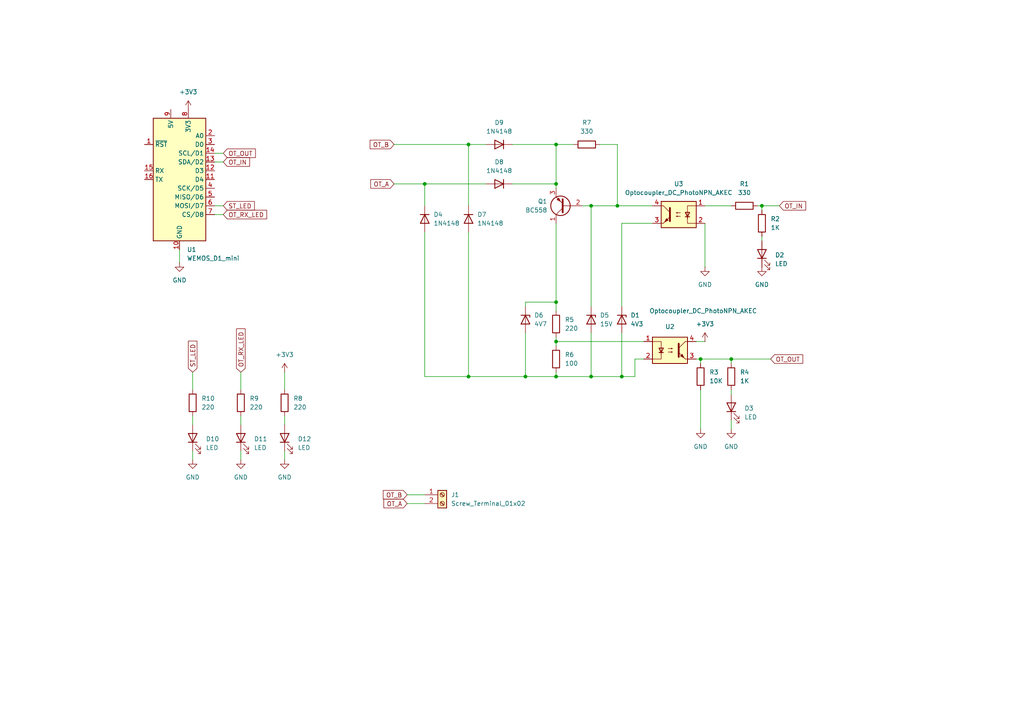
<source format=kicad_sch>
(kicad_sch (version 20250114) (generator "eeschema") (generator_version "9.0")
  (paper "A4")
  (lib_symbols
    (symbol "Connector:Screw_Terminal_01x02" (pin_names (offset 1.016) (hide yes))
      (property "Reference" "J" (at 0 2.54 0))
      (property "Value" "Screw_Terminal_01x02" (at 0 -5.08 0))
      (symbol "Screw_Terminal_01x02_1_1"
        (rectangle (start -1.27 1.27) (end 1.27 -3.81) (stroke (width 0.254)) (fill (type background)))
        (polyline (pts (xy -0.5334 0.3302) (xy 0.3302 -0.508)) (stroke (width 0.1524)))
        (polyline (pts (xy -0.5334 -2.2098) (xy 0.3302 -3.048)) (stroke (width 0.1524)))
        (polyline (pts (xy -0.3556 0.508) (xy 0.508 -0.3302)) (stroke (width 0.1524)))
        (polyline (pts (xy -0.3556 -2.032) (xy 0.508 -2.8702)) (stroke (width 0.1524)))
        (circle (center 0 0) (radius 0.635) (stroke (width 0.1524)))
        (circle (center 0 -2.54) (radius 0.635) (stroke (width 0.1524)))
        (pin passive line (at -5.08 0 0) (length 3.81) (name "Pin_1") (number "1"))
        (pin passive line (at -5.08 -2.54 0) (length 3.81) (name "Pin_2") (number "2"))
      )
    )
    (symbol "Device:D_Zener" (pin_numbers (hide yes)) (pin_names (offset 1.016) (hide yes))
      (property "Reference" "D" (at 0 2.54 0))
      (property "Value" "D_Zener" (at 0 -2.54 0))
      (symbol "D_Zener_0_1"
        (polyline (pts (xy -1.27 -1.27) (xy -1.27 1.27) (xy -0.762 1.27)) (stroke (width 0.254)))
        (polyline (pts (xy 1.27 0) (xy -1.27 0)))
        (polyline (pts (xy 1.27 -1.27) (xy 1.27 1.27) (xy -1.27 0) (xy 1.27 -1.27)) (stroke (width 0.254)))
      )
      (symbol "D_Zener_1_1"
        (pin passive line (at -3.81 0 0) (length 2.54) (name "K") (number "1"))
        (pin passive line (at 3.81 0 180) (length 2.54) (name "A") (number "2"))
      )
    )
    (symbol "Device:LED" (pin_numbers (hide yes)) (pin_names (offset 1.016) (hide yes))
      (property "Reference" "D" (at 0 2.54 0))
      (property "Value" "LED" (at 0 -2.54 0))
      (symbol "LED_0_1"
        (polyline (pts (xy -3.048 -0.762) (xy -4.572 -2.286) (xy -3.81 -2.286) (xy -4.572 -2.286) (xy -4.572 -1.524)))
        (polyline (pts (xy -1.778 -0.762) (xy -3.302 -2.286) (xy -2.54 -2.286) (xy -3.302 -2.286) (xy -3.302 -1.524)))
        (polyline (pts (xy -1.27 0) (xy 1.27 0)))
        (polyline (pts (xy -1.27 -1.27) (xy -1.27 1.27)) (stroke (width 0.254)))
        (polyline (pts (xy 1.27 -1.27) (xy 1.27 1.27) (xy -1.27 0) (xy 1.27 -1.27)) (stroke (width 0.254)))
      )
      (symbol "LED_1_1"
        (pin passive line (at -3.81 0 0) (length 2.54) (name "K") (number "1"))
        (pin passive line (at 3.81 0 180) (length 2.54) (name "A") (number "2"))
      )
    )
    (symbol "Device:R" (pin_numbers (hide yes)) (pin_names (offset 0))
      (property "Reference" "R" (at 2.032 0 90))
      (property "Value" "R" (at 0 0 90))
      (symbol "R_0_1"
        (rectangle (start -1.016 -2.54) (end 1.016 2.54) (stroke (width 0.254)))
      )
      (symbol "R_1_1"
        (pin passive line (at 0 3.81 270) (length 1.27) (name "~") (number "1"))
        (pin passive line (at 0 -3.81 90) (length 1.27) (name "~") (number "2"))
      )
    )
    (symbol "Diode:1N4148" (pin_numbers (hide yes)) (pin_names (hide yes))
      (property "Reference" "D" (at 0 2.54 0))
      (property "Value" "1N4148" (at 0 -2.54 0))
      (symbol "1N4148_0_1"
        (polyline (pts (xy -1.27 1.27) (xy -1.27 -1.27)) (stroke (width 0.254)))
        (polyline (pts (xy 1.27 1.27) (xy 1.27 -1.27) (xy -1.27 0) (xy 1.27 1.27)) (stroke (width 0.254)))
        (polyline (pts (xy 1.27 0) (xy -1.27 0)))
      )
      (symbol "1N4148_1_1"
        (pin passive line (at -3.81 0 0) (length 2.54) (name "K") (number "1"))
        (pin passive line (at 3.81 0 180) (length 2.54) (name "A") (number "2"))
      )
    )
    (symbol "Isolator:Optocoupler_DC_PhotoNPN_AKEC"
      (property "Reference" "U" (at -5.08 5.08 0))
      (property "Value" "Optocoupler_DC_PhotoNPN_AKEC" (at 0 5.08 0))
      (symbol "Optocoupler_DC_PhotoNPN_AKEC_0_1"
        (rectangle (start -5.08 3.81) (end 5.08 -3.81) (stroke (width 0.254)) (fill (type background)))
        (polyline (pts (xy -5.08 2.54) (xy -2.54 2.54) (xy -2.54 -1.27) (xy -2.54 0.635)))
        (polyline (pts (xy -3.175 -0.635) (xy -1.905 -0.635)) (stroke (width 0.254)))
        (polyline (pts (xy -2.54 -0.635) (xy -2.54 -2.54) (xy -5.08 -2.54)))
        (polyline (pts (xy -2.54 -0.635) (xy -3.175 0.635) (xy -1.905 0.635) (xy -2.54 -0.635)) (stroke (width 0.254)))
        (polyline (pts (xy -0.508 0.508) (xy 0.762 0.508) (xy 0.381 0.381) (xy 0.381 0.635) (xy 0.762 0.508)))
        (polyline (pts (xy -0.508 -0.508) (xy 0.762 -0.508) (xy 0.381 -0.635) (xy 0.381 -0.381) (xy 0.762 -0.508)))
        (polyline (pts (xy 2.54 1.905) (xy 2.54 -1.905)) (stroke (width 0.508)))
        (polyline (pts (xy 2.54 0.635) (xy 4.445 2.54)))
        (polyline (pts (xy 3.048 -1.651) (xy 3.556 -1.143) (xy 4.064 -2.159) (xy 3.048 -1.651)) (fill (type outline)))
        (polyline (pts (xy 4.445 2.54) (xy 5.08 2.54)))
        (polyline (pts (xy 4.445 -2.54) (xy 2.54 -0.635)) (fill (type outline)))
        (polyline (pts (xy 4.445 -2.54) (xy 5.08 -2.54)))
      )
      (symbol "Optocoupler_DC_PhotoNPN_AKEC_1_1"
        (pin passive line (at -7.62 2.54 0) (length 2.54) (name "~") (number "1"))
        (pin passive line (at -7.62 -2.54 0) (length 2.54) (name "~") (number "2"))
        (pin passive line (at 7.62 2.54 180) (length 2.54) (name "~") (number "4"))
        (pin passive line (at 7.62 -2.54 180) (length 2.54) (name "~") (number "3"))
      )
    )
    (symbol "RF_Module:WEMOS_D1_mini"
      (property "Reference" "U" (at 3.81 19.05 0))
      (property "Value" "WEMOS_D1_mini" (at 1.27 -19.05 0))
      (symbol "WEMOS_D1_mini_1_1"
        (rectangle (start -7.62 17.78) (end 7.62 -17.78) (stroke (width 0.254)) (fill (type background)))
        (pin input line (at -10.16 10.16 0) (length 2.54) (name "~{RST}") (number "1"))
        (pin input line (at -10.16 2.54 0) (length 2.54) (name "RX") (number "15"))
        (pin output line (at -10.16 0 0) (length 2.54) (name "TX") (number "16"))
        (pin power_in line (at -2.54 20.32 270) (length 2.54) (name "5V") (number "9"))
        (pin power_in line (at 0 -20.32 90) (length 2.54) (name "GND") (number "10"))
        (pin power_out line (at 2.54 20.32 270) (length 2.54) (name "3V3") (number "8"))
        (pin input line (at 10.16 12.7 180) (length 2.54) (name "A0") (number "2"))
        (pin bidirectional line (at 10.16 10.16 180) (length 2.54) (name "D0") (number "3"))
        (pin bidirectional line (at 10.16 7.62 180) (length 2.54) (name "SCL/D1") (number "14"))
        (pin bidirectional line (at 10.16 5.08 180) (length 2.54) (name "SDA/D2") (number "13"))
        (pin bidirectional line (at 10.16 2.54 180) (length 2.54) (name "D3") (number "12"))
        (pin bidirectional line (at 10.16 0 180) (length 2.54) (name "D4") (number "11"))
        (pin bidirectional line (at 10.16 -2.54 180) (length 2.54) (name "SCK/D5") (number "4"))
        (pin bidirectional line (at 10.16 -5.08 180) (length 2.54) (name "MISO/D6") (number "5"))
        (pin bidirectional line (at 10.16 -7.62 180) (length 2.54) (name "MOSI/D7") (number "6"))
        (pin bidirectional line (at 10.16 -10.16 180) (length 2.54) (name "CS/D8") (number "7"))
      )
    )
    (symbol "Transistor_BJT:BC558" (pin_names (offset 0) (hide yes))
      (property "Reference" "Q" (at 5.08 1.905 0))
      (property "Value" "BC558" (at 5.08 0 0))
      (symbol "BC558_0_1"
        (polyline (pts (xy -2.54 0) (xy 0.635 0)))
        (polyline (pts (xy 0.635 1.905) (xy 0.635 -1.905)) (stroke (width 0.508)))
        (polyline (pts (xy 0.635 0.635) (xy 2.54 2.54)))
        (polyline (pts (xy 0.635 -0.635) (xy 2.54 -2.54)))
        (circle (center 1.27 0) (radius 2.8194) (stroke (width 0.254)))
        (polyline (pts (xy 2.286 -1.778) (xy 1.778 -2.286) (xy 1.27 -1.27) (xy 2.286 -1.778)) (fill (type outline)))
      )
      (symbol "BC558_1_1"
        (pin input line (at -5.08 0 0) (length 2.54) (name "B") (number "2"))
        (pin passive line (at 2.54 5.08 270) (length 2.54) (name "C") (number "1"))
        (pin passive line (at 2.54 -5.08 90) (length 2.54) (name "E") (number "3"))
      )
    )
    (symbol "power:+3V3" (power) (pin_numbers (hide yes)) (pin_names (offset 0) (hide yes))
      (property "Value" "+3V3" (at 0 3.556 0))
      (symbol "+3V3_0_1"
        (polyline (pts (xy -0.762 1.27) (xy 0 2.54)))
        (polyline (pts (xy 0 2.54) (xy 0.762 1.27)))
        (polyline (pts (xy 0 0) (xy 0 2.54)))
      )
      (symbol "+3V3_1_1"
        (pin power_in line (at 0 0 90) (length 0) (name "~") (number "1"))
      )
    )
    (symbol "power:GND" (power) (pin_numbers (hide yes)) (pin_names (offset 0) (hide yes))
      (property "Value" "GND" (at 0 -3.81 0))
      (symbol "GND_0_1"
        (polyline (pts (xy 0 0) (xy 0 -1.27) (xy 1.27 -1.27) (xy 0 -2.54) (xy -1.27 -1.27) (xy 0 -1.27)))
      )
      (symbol "GND_1_1"
        (pin power_in line (at 0 0 270) (length 0) (name "~") (number "1"))
      )
    )
  )
  (junction (at 161.29 87.63))
  (junction (at 203.2 104.14))
  (junction (at 212.09 104.14))
  (junction (at 161.29 109.22))
  (junction (at 161.29 99.06))
  (junction (at 171.45 109.22))
  (junction (at 161.29 53.34))
  (junction (at 152.4 109.22))
  (junction (at 161.29 41.91))
  (junction (at 171.45 59.69))
  (junction (at 220.98 59.69))
  (junction (at 123.19 53.34))
  (junction (at 135.89 41.91))
  (junction (at 179.07 59.69))
  (junction (at 180.34 109.22))
  (junction (at 135.89 109.22))
  (wire (pts (xy 148.59 41.91) (xy 161.29 41.91)))
  (wire (pts (xy 161.29 99.06) (xy 186.69 99.06)))
  (wire (pts (xy 82.55 133.35) (xy 82.55 130.81)))
  (wire (pts (xy 161.29 109.22) (xy 161.29 107.95)))
  (wire (pts (xy 52.07 76.2) (xy 52.07 72.39)))
  (wire (pts (xy 55.88 107.95) (xy 55.88 113.03)))
  (wire (pts (xy 64.77 46.99) (xy 62.23 46.99)))
  (wire (pts (xy 82.55 120.65) (xy 82.55 123.19)))
  (wire (pts (xy 55.88 120.65) (xy 55.88 123.19)))
  (wire (pts (xy 161.29 97.79) (xy 161.29 99.06)))
  (wire (pts (xy 203.2 124.46) (xy 203.2 113.03)))
  (wire (pts (xy 135.89 67.31) (xy 135.89 109.22)))
  (wire (pts (xy 161.29 109.22) (xy 171.45 109.22)))
  (wire (pts (xy 140.97 41.91) (xy 135.89 41.91)))
  (wire (pts (xy 161.29 64.77) (xy 161.29 87.63)))
  (wire (pts (xy 69.85 107.95) (xy 69.85 113.03)))
  (wire (pts (xy 64.77 62.23) (xy 62.23 62.23)))
  (wire (pts (xy 152.4 96.52) (xy 152.4 109.22)))
  (wire (pts (xy 203.2 104.14) (xy 203.2 105.41)))
  (wire (pts (xy 220.98 59.69) (xy 226.06 59.69)))
  (wire (pts (xy 180.34 109.22) (xy 171.45 109.22)))
  (wire (pts (xy 123.19 53.34) (xy 140.97 53.34)))
  (wire (pts (xy 69.85 133.35) (xy 69.85 130.81)))
  (wire (pts (xy 148.59 53.34) (xy 161.29 53.34)))
  (wire (pts (xy 173.99 41.91) (xy 179.07 41.91)))
  (wire (pts (xy 220.98 59.69) (xy 219.71 59.69)))
  (wire (pts (xy 201.93 104.14) (xy 203.2 104.14)))
  (wire (pts (xy 203.2 104.14) (xy 212.09 104.14)))
  (wire (pts (xy 166.37 41.91) (xy 161.29 41.91)))
  (wire (pts (xy 168.91 59.69) (xy 171.45 59.69)))
  (wire (pts (xy 152.4 87.63) (xy 161.29 87.63)))
  (wire (pts (xy 184.15 109.22) (xy 180.34 109.22)))
  (wire (pts (xy 82.55 107.95) (xy 82.55 113.03)))
  (wire (pts (xy 212.09 124.46) (xy 212.09 121.92)))
  (wire (pts (xy 180.34 88.9) (xy 180.34 64.77)))
  (wire (pts (xy 189.23 59.69) (xy 179.07 59.69)))
  (wire (pts (xy 223.52 104.14) (xy 212.09 104.14)))
  (wire (pts (xy 212.09 114.3) (xy 212.09 113.03)))
  (wire (pts (xy 123.19 59.69) (xy 123.19 53.34)))
  (wire (pts (xy 204.47 77.47) (xy 204.47 64.77)))
  (wire (pts (xy 179.07 59.69) (xy 171.45 59.69)))
  (wire (pts (xy 179.07 41.91) (xy 179.07 59.69)))
  (wire (pts (xy 161.29 100.33) (xy 161.29 99.06)))
  (wire (pts (xy 123.19 109.22) (xy 135.89 109.22)))
  (wire (pts (xy 161.29 87.63) (xy 161.29 90.17)))
  (wire (pts (xy 180.34 96.52) (xy 180.34 109.22)))
  (wire (pts (xy 152.4 88.9) (xy 152.4 87.63)))
  (wire (pts (xy 118.11 143.51) (xy 123.19 143.51)))
  (wire (pts (xy 212.09 104.14) (xy 212.09 105.41)))
  (wire (pts (xy 64.77 59.69) (xy 62.23 59.69)))
  (wire (pts (xy 171.45 59.69) (xy 171.45 88.9)))
  (wire (pts (xy 123.19 67.31) (xy 123.19 109.22)))
  (wire (pts (xy 114.3 41.91) (xy 135.89 41.91)))
  (wire (pts (xy 55.88 133.35) (xy 55.88 130.81)))
  (wire (pts (xy 64.77 44.45) (xy 62.23 44.45)))
  (wire (pts (xy 161.29 41.91) (xy 161.29 53.34)))
  (wire (pts (xy 152.4 109.22) (xy 161.29 109.22)))
  (wire (pts (xy 204.47 99.06) (xy 201.93 99.06)))
  (wire (pts (xy 186.69 104.14) (xy 184.15 104.14)))
  (wire (pts (xy 114.3 53.34) (xy 123.19 53.34)))
  (wire (pts (xy 135.89 41.91) (xy 135.89 59.69)))
  (wire (pts (xy 118.11 146.05) (xy 123.19 146.05)))
  (wire (pts (xy 135.89 109.22) (xy 152.4 109.22)))
  (wire (pts (xy 184.15 104.14) (xy 184.15 109.22)))
  (wire (pts (xy 220.98 60.96) (xy 220.98 59.69)))
  (wire (pts (xy 69.85 120.65) (xy 69.85 123.19)))
  (wire (pts (xy 204.47 59.69) (xy 212.09 59.69)))
  (wire (pts (xy 180.34 64.77) (xy 189.23 64.77)))
  (wire (pts (xy 171.45 96.52) (xy 171.45 109.22)))
  (wire (pts (xy 161.29 53.34) (xy 161.29 54.61)))
  (wire (pts (xy 220.98 69.85) (xy 220.98 68.58)))
  (global_label "OT_B" (shape input) (at 118.11 143.51 180) (property "Intersheetrefs" "${INTERSHEET_REFS}" (effects (hide yes))))
  (global_label "OT_RX_LED" (shape input) (at 69.85 107.95 90) (property "Intersheetrefs" "${INTERSHEET_REFS}" (effects (hide yes))))
  (global_label "OT_A" (shape input) (at 114.3 53.34 180) (property "Intersheetrefs" "${INTERSHEET_REFS}" (effects (hide yes))))
  (global_label "ST_LED" (shape input) (at 55.88 107.95 90) (property "Intersheetrefs" "${INTERSHEET_REFS}" (effects (hide yes))))
  (global_label "OT_OUT" (shape input) (at 223.52 104.14 0) (property "Intersheetrefs" "${INTERSHEET_REFS}" (effects (hide yes))))
  (global_label "OT_IN" (shape input) (at 226.06 59.69 0) (property "Intersheetrefs" "${INTERSHEET_REFS}" (effects (hide yes))))
  (global_label "OT_B" (shape input) (at 114.3 41.91 180) (property "Intersheetrefs" "${INTERSHEET_REFS}" (effects (hide yes))))
  (global_label "OT_RX_LED" (shape input) (at 64.77 62.23 0) (property "Intersheetrefs" "${INTERSHEET_REFS}" (effects (hide yes))))
  (global_label "ST_LED" (shape input) (at 64.77 59.69 0) (property "Intersheetrefs" "${INTERSHEET_REFS}" (effects (hide yes))))
  (global_label "OT_A" (shape input) (at 118.11 146.05 180) (property "Intersheetrefs" "${INTERSHEET_REFS}" (effects (hide yes))))
  (global_label "OT_IN" (shape input) (at 64.77 46.99 0) (property "Intersheetrefs" "${INTERSHEET_REFS}" (effects (hide yes))))
  (global_label "OT_OUT" (shape input) (at 64.77 44.45 0) (property "Intersheetrefs" "${INTERSHEET_REFS}" (effects (hide yes))))
  (symbol (lib_id "Device:LED") (at 82.55 127 90) (unit 1)
    (property "Reference" "D12" (at 86.36 127.3174 90) (effects (justify right)))
    (property "Value" "LED" (at 86.36 129.8574 90) (effects (justify right)))
    (property "Footprint" "LED_THT:LED_D3.0mm" (effects (hide yes)))
    (property "Description" "Light emitting diode" (effects (hide yes)))
    (property "Sim.Pins" "1=K 2=A" (effects (hide yes)))
  )
  (symbol (lib_id "Diode:1N4148") (at 144.78 41.91 180) (unit 1)
    (property "Reference" "D9" (at 144.78 35.56 0))
    (property "Value" "1N4148" (at 144.78 38.1 0))
    (property "Footprint" "Diode_THT:D_DO-35_SOD27_P7.62mm_Horizontal" (effects (hide yes)))
    (property "Datasheet" "https://assets.nexperia.com/documents/data-sheet/1N4148_1N4448.pdf" (effects (hide yes)))
    (property "Description" "100V 0.15A standard switching diode, DO-35" (effects (hide yes)))
    (property "Sim.Device" "D" (effects (hide yes)))
    (property "Sim.Pins" "1=K 2=A" (effects (hide yes)))
  )
  (symbol (lib_id "power:GND") (at 220.98 77.47 0) (unit 1)
    (property "Reference" "#PWR02" (effects (hide yes)))
    (property "Value" "GND" (at 220.98 82.55 0))
    (property "Description" "Power symbol creates a global label with name \"GND\" , ground" (effects (hide yes)))
  )
  (symbol (lib_id "Device:R") (at 82.55 116.84 180) (unit 1)
    (property "Reference" "R8" (at 85.09 115.5699 0) (effects (justify right)))
    (property "Value" "220" (at 85.09 118.1099 0) (effects (justify right)))
    (property "Footprint" "Resistor_THT:R_Axial_DIN0204_L3.6mm_D1.6mm_P7.62mm_Horizontal" (effects (hide yes)))
    (property "Description" "Resistor" (effects (hide yes)))
  )
  (symbol (lib_id "Device:LED") (at 55.88 127 90) (unit 1)
    (property "Reference" "D10" (at 59.69 127.3174 90) (effects (justify right)))
    (property "Value" "LED" (at 59.69 129.8574 90) (effects (justify right)))
    (property "Footprint" "LED_THT:LED_D3.0mm" (effects (hide yes)))
    (property "Description" "Light emitting diode" (effects (hide yes)))
    (property "Sim.Pins" "1=K 2=A" (effects (hide yes)))
  )
  (symbol (lib_id "Device:R") (at 55.88 116.84 180) (unit 1)
    (property "Reference" "R10" (at 58.42 115.5699 0) (effects (justify right)))
    (property "Value" "220" (at 58.42 118.1099 0) (effects (justify right)))
    (property "Footprint" "Resistor_THT:R_Axial_DIN0204_L3.6mm_D1.6mm_P7.62mm_Horizontal" (effects (hide yes)))
    (property "Description" "Resistor" (effects (hide yes)))
  )
  (symbol (lib_id "power:+3V3") (at 82.55 107.95 0) (unit 1)
    (property "Reference" "#PWR09" (effects (hide yes)))
    (property "Value" "+3V3" (at 82.55 102.87 0))
    (property "Description" "Power symbol creates a global label with name \"+3V3\"" (effects (hide yes)))
  )
  (symbol (lib_id "power:+3V3") (at 204.47 99.06 0) (unit 1)
    (property "Reference" "#PWR03" (effects (hide yes)))
    (property "Value" "+3V3" (at 204.47 93.98 0))
    (property "Description" "Power symbol creates a global label with name \"+3V3\"" (effects (hide yes)))
  )
  (symbol (lib_id "power:GND") (at 52.07 76.2 0) (unit 1)
    (property "Reference" "#PWR011" (effects (hide yes)))
    (property "Value" "GND" (at 52.07 81.28 0))
    (property "Description" "Power symbol creates a global label with name \"GND\" , ground" (effects (hide yes)))
  )
  (symbol (lib_id "Device:D_Zener") (at 171.45 92.71 270) (unit 1)
    (property "Reference" "D5" (at 173.99 91.4399 90) (effects (justify left)))
    (property "Value" "15V" (at 173.99 93.9799 90) (effects (justify left)))
    (property "Footprint" "Diode_THT:D_DO-41_SOD81_P10.16mm_Horizontal" (effects (hide yes)))
    (property "Description" "Zener diode" (effects (hide yes)))
  )
  (symbol (lib_id "power:+3V3") (at 54.61 31.75 0) (unit 1)
    (property "Reference" "#PWR010" (effects (hide yes)))
    (property "Value" "+3V3" (at 54.61 26.67 0))
    (property "Description" "Power symbol creates a global label with name \"+3V3\"" (effects (hide yes)))
  )
  (symbol (lib_id "Device:R") (at 170.18 41.91 270) (unit 1)
    (property "Reference" "R7" (at 170.18 35.56 90))
    (property "Value" "330" (at 170.18 38.1 90))
    (property "Footprint" "Resistor_THT:R_Axial_DIN0204_L3.6mm_D1.6mm_P7.62mm_Horizontal" (effects (hide yes)))
    (property "Description" "Resistor" (effects (hide yes)))
  )
  (symbol (lib_id "Diode:1N4148") (at 135.89 63.5 270) (unit 1)
    (property "Reference" "D7" (at 138.43 62.2299 90) (effects (justify left)))
    (property "Value" "1N4148" (at 138.43 64.7699 90) (effects (justify left)))
    (property "Footprint" "Diode_THT:D_DO-35_SOD27_P7.62mm_Horizontal" (effects (hide yes)))
    (property "Datasheet" "https://assets.nexperia.com/documents/data-sheet/1N4148_1N4448.pdf" (effects (hide yes)))
    (property "Description" "100V 0.15A standard switching diode, DO-35" (effects (hide yes)))
    (property "Sim.Device" "D" (effects (hide yes)))
    (property "Sim.Pins" "1=K 2=A" (effects (hide yes)))
  )
  (symbol (lib_id "power:GND") (at 203.2 124.46 0) (unit 1)
    (property "Reference" "#PWR05" (effects (hide yes)))
    (property "Value" "GND" (at 203.2 129.54 0))
    (property "Description" "Power symbol creates a global label with name \"GND\" , ground" (effects (hide yes)))
  )
  (symbol (lib_id "Isolator:Optocoupler_DC_PhotoNPN_AKEC") (at 196.85 62.23 0) (mirror y) (unit 1)
    (property "Reference" "U3" (at 196.85 53.34 0))
    (property "Value" "Optocoupler_DC_PhotoNPN_AKEC" (at 196.85 55.88 0))
    (property "Footprint" "Package_DIP:DIP-4_W7.62mm" (effects (hide yes)))
    (property "Description" "Generic DC optocoupler with NPN phototransistor output, pins order: anode/cathode/emitter/collector" (effects (hide yes)))
  )
  (symbol (lib_id "power:GND") (at 82.55 133.35 0) (unit 1)
    (property "Reference" "#PWR06" (effects (hide yes)))
    (property "Value" "GND" (at 82.55 138.43 0))
    (property "Description" "Power symbol creates a global label with name \"GND\" , ground" (effects (hide yes)))
  )
  (symbol (lib_id "Device:D_Zener") (at 152.4 92.71 270) (unit 1)
    (property "Reference" "D6" (at 154.94 91.4399 90) (effects (justify left)))
    (property "Value" "4V7" (at 154.94 93.9799 90) (effects (justify left)))
    (property "Footprint" "Diode_THT:D_DO-41_SOD81_P10.16mm_Horizontal" (effects (hide yes)))
    (property "Description" "Zener diode" (effects (hide yes)))
  )
  (symbol (lib_id "power:GND") (at 204.47 77.47 0) (unit 1)
    (property "Reference" "#PWR01" (effects (hide yes)))
    (property "Value" "GND" (at 204.47 82.55 0))
    (property "Description" "Power symbol creates a global label with name \"GND\" , ground" (effects (hide yes)))
  )
  (symbol (lib_id "power:GND") (at 69.85 133.35 0) (unit 1)
    (property "Reference" "#PWR07" (effects (hide yes)))
    (property "Value" "GND" (at 69.85 138.43 0))
    (property "Description" "Power symbol creates a global label with name \"GND\" , ground" (effects (hide yes)))
  )
  (symbol (lib_id "Device:R") (at 203.2 109.22 180) (unit 1)
    (property "Reference" "R3" (at 205.74 107.9499 0) (effects (justify right)))
    (property "Value" "10K" (at 205.74 110.4899 0) (effects (justify right)))
    (property "Footprint" "Resistor_THT:R_Axial_DIN0204_L3.6mm_D1.6mm_P7.62mm_Horizontal" (effects (hide yes)))
    (property "Description" "Resistor" (effects (hide yes)))
  )
  (symbol (lib_id "Device:R") (at 220.98 64.77 180) (unit 1)
    (property "Reference" "R2" (at 223.52 63.4999 0) (effects (justify right)))
    (property "Value" "1K" (at 223.52 66.0399 0) (effects (justify right)))
    (property "Footprint" "Resistor_THT:R_Axial_DIN0204_L3.6mm_D1.6mm_P7.62mm_Horizontal" (effects (hide yes)))
    (property "Description" "Resistor" (effects (hide yes)))
  )
  (symbol (lib_id "power:GND") (at 212.09 124.46 0) (unit 1)
    (property "Reference" "#PWR04" (effects (hide yes)))
    (property "Value" "GND" (at 212.09 129.54 0))
    (property "Description" "Power symbol creates a global label with name \"GND\" , ground" (effects (hide yes)))
  )
  (symbol (lib_id "Device:R") (at 69.85 116.84 180) (unit 1)
    (property "Reference" "R9" (at 72.39 115.5699 0) (effects (justify right)))
    (property "Value" "220" (at 72.39 118.1099 0) (effects (justify right)))
    (property "Footprint" "Resistor_THT:R_Axial_DIN0204_L3.6mm_D1.6mm_P7.62mm_Horizontal" (effects (hide yes)))
    (property "Description" "Resistor" (effects (hide yes)))
  )
  (symbol (lib_id "Device:D_Zener") (at 180.34 92.71 270) (unit 1)
    (property "Reference" "D1" (at 182.88 91.4399 90) (effects (justify left)))
    (property "Value" "4V3" (at 182.88 93.9799 90) (effects (justify left)))
    (property "Footprint" "Diode_THT:D_DO-41_SOD81_P10.16mm_Horizontal" (effects (hide yes)))
    (property "Description" "Zener diode" (effects (hide yes)))
  )
  (symbol (lib_id "Device:LED") (at 69.85 127 90) (unit 1)
    (property "Reference" "D11" (at 73.66 127.3174 90) (effects (justify right)))
    (property "Value" "LED" (at 73.66 129.8574 90) (effects (justify right)))
    (property "Footprint" "LED_THT:LED_D3.0mm" (effects (hide yes)))
    (property "Description" "Light emitting diode" (effects (hide yes)))
    (property "Sim.Pins" "1=K 2=A" (effects (hide yes)))
  )
  (symbol (lib_id "Diode:1N4148") (at 144.78 53.34 180) (unit 1)
    (property "Reference" "D8" (at 144.78 46.99 0))
    (property "Value" "1N4148" (at 144.78 49.53 0))
    (property "Footprint" "Diode_THT:D_DO-35_SOD27_P7.62mm_Horizontal" (effects (hide yes)))
    (property "Datasheet" "https://assets.nexperia.com/documents/data-sheet/1N4148_1N4448.pdf" (effects (hide yes)))
    (property "Description" "100V 0.15A standard switching diode, DO-35" (effects (hide yes)))
    (property "Sim.Device" "D" (effects (hide yes)))
    (property "Sim.Pins" "1=K 2=A" (effects (hide yes)))
  )
  (symbol (lib_id "Device:R") (at 161.29 93.98 180) (unit 1)
    (property "Reference" "R5" (at 163.83 92.7099 0) (effects (justify right)))
    (property "Value" "220" (at 163.83 95.2499 0) (effects (justify right)))
    (property "Footprint" "Resistor_THT:R_Axial_DIN0204_L3.6mm_D1.6mm_P7.62mm_Horizontal" (effects (hide yes)))
    (property "Description" "Resistor" (effects (hide yes)))
  )
  (symbol (lib_id "Device:R") (at 161.29 104.14 180) (unit 1)
    (property "Reference" "R6" (at 163.83 102.8699 0) (effects (justify right)))
    (property "Value" "100" (at 163.83 105.4099 0) (effects (justify right)))
    (property "Footprint" "Resistor_THT:R_Axial_DIN0204_L3.6mm_D1.6mm_P7.62mm_Horizontal" (effects (hide yes)))
    (property "Description" "Resistor" (effects (hide yes)))
  )
  (symbol (lib_id "Device:LED") (at 220.98 73.66 90) (unit 1)
    (property "Reference" "D2" (at 224.79 73.9774 90) (effects (justify right)))
    (property "Value" "LED" (at 224.79 76.5174 90) (effects (justify right)))
    (property "Footprint" "LED_THT:LED_D3.0mm" (effects (hide yes)))
    (property "Description" "Light emitting diode" (effects (hide yes)))
    (property "Sim.Pins" "1=K 2=A" (effects (hide yes)))
  )
  (symbol (lib_id "Isolator:Optocoupler_DC_PhotoNPN_AKEC") (at 194.31 101.6 0) (unit 1)
    (property "Reference" "U2" (at 194.31 94.742 0))
    (property "Value" "Optocoupler_DC_PhotoNPN_AKEC" (at 203.962 90.17 0))
    (property "Footprint" "Package_DIP:DIP-4_W7.62mm" (effects (hide yes)))
    (property "Description" "Generic DC optocoupler with NPN phototransistor output, pins order: anode/cathode/emitter/collector" (effects (hide yes)))
  )
  (symbol (lib_id "Device:R") (at 212.09 109.22 180) (unit 1)
    (property "Reference" "R4" (at 214.63 107.9499 0) (effects (justify right)))
    (property "Value" "1K" (at 214.63 110.4899 0) (effects (justify right)))
    (property "Footprint" "Resistor_THT:R_Axial_DIN0204_L3.6mm_D1.6mm_P7.62mm_Horizontal" (effects (hide yes)))
    (property "Description" "Resistor" (effects (hide yes)))
  )
  (symbol (lib_id "Connector:Screw_Terminal_01x02") (at 128.27 143.51 0) (unit 1)
    (property "Reference" "J1" (at 130.81 143.5099 0) (effects (justify left)))
    (property "Value" "Screw_Terminal_01x02" (at 130.81 146.0499 0) (effects (justify left)))
    (property "Footprint" "TerminalBlock:TerminalBlock_MaiXu_MX126-5.0-02P_1x02_P5.00mm" (effects (hide yes)))
    (property "Description" "Generic screw terminal, single row, 01x02, script generated (kicad-library-utils/schlib/autogen/connector/)" (effects (hide yes)))
  )
  (symbol (lib_id "Transistor_BJT:BC558") (at 163.83 59.69 180) (unit 1)
    (property "Reference" "Q1" (at 158.75 58.4199 0) (effects (justify left)))
    (property "Value" "BC558" (at 158.75 60.9599 0) (effects (justify left)))
    (property "Footprint" "Package_TO_SOT_THT:TO-92_Inline" (effects (hide yes)))
    (property "Datasheet" "https://www.onsemi.com/pub/Collateral/BC556BTA-D.pdf" (effects (hide yes)))
    (property "Description" "0.1A Ic, 30V Vce, PNP Small Signal Transistor, TO-92" (effects (hide yes)))
  )
  (symbol (lib_id "Diode:1N4148") (at 123.19 63.5 270) (unit 1)
    (property "Reference" "D4" (at 125.73 62.2299 90) (effects (justify left)))
    (property "Value" "1N4148" (at 125.73 64.7699 90) (effects (justify left)))
    (property "Footprint" "Diode_THT:D_DO-35_SOD27_P7.62mm_Horizontal" (effects (hide yes)))
    (property "Datasheet" "https://assets.nexperia.com/documents/data-sheet/1N4148_1N4448.pdf" (effects (hide yes)))
    (property "Description" "100V 0.15A standard switching diode, DO-35" (effects (hide yes)))
    (property "Sim.Device" "D" (effects (hide yes)))
    (property "Sim.Pins" "1=K 2=A" (effects (hide yes)))
  )
  (symbol (lib_id "RF_Module:WEMOS_D1_mini") (at 52.07 52.07 0) (unit 1)
    (property "Reference" "U1" (at 54.2133 72.39 0) (effects (justify left)))
    (property "Value" "WEMOS_D1_mini" (at 54.2133 74.93 0) (effects (justify left)))
    (property "Footprint" "RF_Module:WEMOS_D1_mini_light" (effects (hide yes)))
    (property "Datasheet" "https://wiki.wemos.cc/products:d1:d1_mini#documentation" (effects (hide yes)))
    (property "Description" "32-bit microcontroller module with WiFi" (effects (hide yes)))
  )
  (symbol (lib_id "Device:R") (at 215.9 59.69 90) (unit 1)
    (property "Reference" "R1" (at 215.9 53.34 90))
    (property "Value" "330" (at 215.9 55.88 90))
    (property "Footprint" "Resistor_THT:R_Axial_DIN0204_L3.6mm_D1.6mm_P7.62mm_Horizontal" (effects (hide yes)))
    (property "Description" "Resistor" (effects (hide yes)))
  )
  (symbol (lib_id "Device:LED") (at 212.09 118.11 90) (unit 1)
    (property "Reference" "D3" (at 215.9 118.4274 90) (effects (justify right)))
    (property "Value" "LED" (at 215.9 120.9674 90) (effects (justify right)))
    (property "Footprint" "LED_THT:LED_D3.0mm" (effects (hide yes)))
    (property "Description" "Light emitting diode" (effects (hide yes)))
    (property "Sim.Pins" "1=K 2=A" (effects (hide yes)))
  )
  (symbol (lib_id "power:GND") (at 55.88 133.35 0) (unit 1)
    (property "Reference" "#PWR08" (effects (hide yes)))
    (property "Value" "GND" (at 55.88 138.43 0))
    (property "Description" "Power symbol creates a global label with name \"GND\" , ground" (effects (hide yes)))
  )
)
</source>
